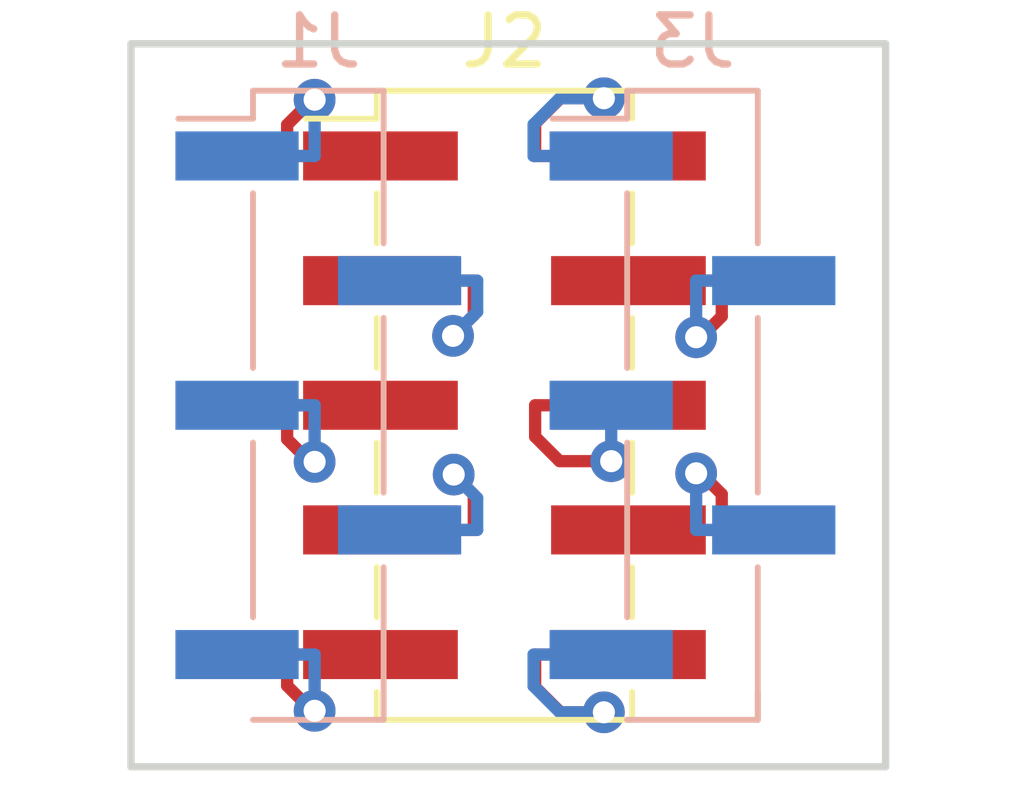
<source format=kicad_pcb>
(kicad_pcb (version 4) (host pcbnew 4.0.7-e2-6376~58~ubuntu16.04.1)

  (general
    (links 10)
    (no_connects 0)
    (area 105.714857 94.231 126.734858 111.101)
    (thickness 1.6)
    (drawings 4)
    (tracks 75)
    (zones 0)
    (modules 3)
    (nets 11)
  )

  (page A4)
  (layers
    (0 F.Cu signal)
    (31 B.Cu signal)
    (32 B.Adhes user)
    (33 F.Adhes user)
    (34 B.Paste user)
    (35 F.Paste user)
    (36 B.SilkS user)
    (37 F.SilkS user)
    (38 B.Mask user)
    (39 F.Mask user)
    (40 Dwgs.User user)
    (41 Cmts.User user)
    (42 Eco1.User user)
    (43 Eco2.User user)
    (44 Edge.Cuts user)
    (45 Margin user)
    (46 B.CrtYd user)
    (47 F.CrtYd user)
    (48 B.Fab user)
    (49 F.Fab user)
  )

  (setup
    (last_trace_width 0.25)
    (trace_clearance 0.2)
    (zone_clearance 0.508)
    (zone_45_only no)
    (trace_min 0.2)
    (segment_width 0.2)
    (edge_width 0.15)
    (via_size 0.85)
    (via_drill 0.45)
    (via_min_size 0.4)
    (via_min_drill 0.3)
    (uvia_size 0.3)
    (uvia_drill 0.1)
    (uvias_allowed no)
    (uvia_min_size 0.2)
    (uvia_min_drill 0.1)
    (pcb_text_width 0.3)
    (pcb_text_size 1.5 1.5)
    (mod_edge_width 0.15)
    (mod_text_size 1 1)
    (mod_text_width 0.15)
    (pad_size 1.524 1.524)
    (pad_drill 0.762)
    (pad_to_mask_clearance 0.2)
    (aux_axis_origin 0 0)
    (visible_elements FFFFFF7F)
    (pcbplotparams
      (layerselection 0x010f0_80000001)
      (usegerberextensions true)
      (excludeedgelayer true)
      (linewidth 0.100000)
      (plotframeref false)
      (viasonmask false)
      (mode 1)
      (useauxorigin false)
      (hpglpennumber 1)
      (hpglpenspeed 20)
      (hpglpendiameter 15)
      (hpglpenoverlay 2)
      (psnegative false)
      (psa4output false)
      (plotreference true)
      (plotvalue true)
      (plotinvisibletext false)
      (padsonsilk false)
      (subtractmaskfromsilk false)
      (outputformat 1)
      (mirror false)
      (drillshape 0)
      (scaleselection 1)
      (outputdirectory r_02x05_2.54_gerber/))
  )

  (net 0 "")
  (net 1 "Net-(J1-Pad2)")
  (net 2 "Net-(J1-Pad4)")
  (net 3 "Net-(J1-Pad1)")
  (net 4 "Net-(J1-Pad3)")
  (net 5 "Net-(J1-Pad5)")
  (net 6 "Net-(J2-Pad2)")
  (net 7 "Net-(J2-Pad4)")
  (net 8 "Net-(J2-Pad6)")
  (net 9 "Net-(J2-Pad8)")
  (net 10 "Net-(J2-Pad10)")

  (net_class Default "This is the default net class."
    (clearance 0.2)
    (trace_width 0.25)
    (via_dia 0.85)
    (via_drill 0.45)
    (uvia_dia 0.3)
    (uvia_drill 0.1)
    (add_net "Net-(J1-Pad1)")
    (add_net "Net-(J1-Pad2)")
    (add_net "Net-(J1-Pad3)")
    (add_net "Net-(J1-Pad4)")
    (add_net "Net-(J1-Pad5)")
    (add_net "Net-(J2-Pad10)")
    (add_net "Net-(J2-Pad2)")
    (add_net "Net-(J2-Pad4)")
    (add_net "Net-(J2-Pad6)")
    (add_net "Net-(J2-Pad8)")
  )

  (module Pin_Headers:Pin_Header_Straight_1x05_Pitch2.54mm_SMD_Pin1Right (layer B.Cu) (tedit 59650532) (tstamp 5A51055B)
    (at 112.272 102.616 180)
    (descr "surface-mounted straight pin header, 1x05, 2.54mm pitch, single row, style 2 (pin 1 right)")
    (tags "Surface mounted pin header SMD 1x05 2.54mm single row style2 pin1 right")
    (path /5A4D0163)
    (attr smd)
    (fp_text reference J1 (at 0 7.41 180) (layer B.SilkS)
      (effects (font (size 1 1) (thickness 0.15)) (justify mirror))
    )
    (fp_text value Conn_01x05_Odd (at 0 -7.41 180) (layer B.Fab)
      (effects (font (size 1 1) (thickness 0.15)) (justify mirror))
    )
    (fp_line (start 1.27 -6.35) (end -1.27 -6.35) (layer B.Fab) (width 0.1))
    (fp_line (start -1.27 6.35) (end 0.32 6.35) (layer B.Fab) (width 0.1))
    (fp_line (start 1.27 -6.35) (end 1.27 5.4) (layer B.Fab) (width 0.1))
    (fp_line (start 1.27 5.4) (end 0.32 6.35) (layer B.Fab) (width 0.1))
    (fp_line (start -1.27 6.35) (end -1.27 -6.35) (layer B.Fab) (width 0.1))
    (fp_line (start -1.27 2.86) (end -2.54 2.86) (layer B.Fab) (width 0.1))
    (fp_line (start -2.54 2.86) (end -2.54 2.22) (layer B.Fab) (width 0.1))
    (fp_line (start -2.54 2.22) (end -1.27 2.22) (layer B.Fab) (width 0.1))
    (fp_line (start -1.27 -2.22) (end -2.54 -2.22) (layer B.Fab) (width 0.1))
    (fp_line (start -2.54 -2.22) (end -2.54 -2.86) (layer B.Fab) (width 0.1))
    (fp_line (start -2.54 -2.86) (end -1.27 -2.86) (layer B.Fab) (width 0.1))
    (fp_line (start 1.27 5.4) (end 2.54 5.4) (layer B.Fab) (width 0.1))
    (fp_line (start 2.54 5.4) (end 2.54 4.76) (layer B.Fab) (width 0.1))
    (fp_line (start 2.54 4.76) (end 1.27 4.76) (layer B.Fab) (width 0.1))
    (fp_line (start 1.27 0.32) (end 2.54 0.32) (layer B.Fab) (width 0.1))
    (fp_line (start 2.54 0.32) (end 2.54 -0.32) (layer B.Fab) (width 0.1))
    (fp_line (start 2.54 -0.32) (end 1.27 -0.32) (layer B.Fab) (width 0.1))
    (fp_line (start 1.27 -4.76) (end 2.54 -4.76) (layer B.Fab) (width 0.1))
    (fp_line (start 2.54 -4.76) (end 2.54 -5.4) (layer B.Fab) (width 0.1))
    (fp_line (start 2.54 -5.4) (end 1.27 -5.4) (layer B.Fab) (width 0.1))
    (fp_line (start -1.33 6.41) (end 1.33 6.41) (layer B.SilkS) (width 0.12))
    (fp_line (start -1.33 -6.41) (end 1.33 -6.41) (layer B.SilkS) (width 0.12))
    (fp_line (start 1.33 4.32) (end 1.33 0.76) (layer B.SilkS) (width 0.12))
    (fp_line (start 1.33 -0.76) (end 1.33 -4.32) (layer B.SilkS) (width 0.12))
    (fp_line (start -1.33 6.41) (end -1.33 3.3) (layer B.SilkS) (width 0.12))
    (fp_line (start 1.33 5.84) (end 2.85 5.84) (layer B.SilkS) (width 0.12))
    (fp_line (start 1.33 6.41) (end 1.33 5.84) (layer B.SilkS) (width 0.12))
    (fp_line (start -1.33 -5.84) (end -1.33 -6.41) (layer B.SilkS) (width 0.12))
    (fp_line (start -1.33 1.78) (end -1.33 -1.78) (layer B.SilkS) (width 0.12))
    (fp_line (start -1.33 -3.3) (end -1.33 -6.41) (layer B.SilkS) (width 0.12))
    (fp_line (start -3.45 6.85) (end -3.45 -6.85) (layer B.CrtYd) (width 0.05))
    (fp_line (start -3.45 -6.85) (end 3.45 -6.85) (layer B.CrtYd) (width 0.05))
    (fp_line (start 3.45 -6.85) (end 3.45 6.85) (layer B.CrtYd) (width 0.05))
    (fp_line (start 3.45 6.85) (end -3.45 6.85) (layer B.CrtYd) (width 0.05))
    (fp_text user %R (at 0 0 450) (layer B.Fab)
      (effects (font (size 1 1) (thickness 0.15)) (justify mirror))
    )
    (pad 2 smd rect (at -1.655 2.54 180) (size 2.51 1) (layers B.Cu B.Paste B.Mask)
      (net 1 "Net-(J1-Pad2)"))
    (pad 4 smd rect (at -1.655 -2.54 180) (size 2.51 1) (layers B.Cu B.Paste B.Mask)
      (net 2 "Net-(J1-Pad4)"))
    (pad 1 smd rect (at 1.655 5.08 180) (size 2.51 1) (layers B.Cu B.Paste B.Mask)
      (net 3 "Net-(J1-Pad1)"))
    (pad 3 smd rect (at 1.655 0 180) (size 2.51 1) (layers B.Cu B.Paste B.Mask)
      (net 4 "Net-(J1-Pad3)"))
    (pad 5 smd rect (at 1.655 -5.08 180) (size 2.51 1) (layers B.Cu B.Paste B.Mask)
      (net 5 "Net-(J1-Pad5)"))
    (model ${KISYS3DMOD}/Pin_Headers.3dshapes/Pin_Header_Straight_1x05_Pitch2.54mm_SMD_Pin1Right.wrl
      (at (xyz 0 0 0))
      (scale (xyz 1 1 1))
      (rotate (xyz 0 0 0))
    )
  )

  (module Pin_Headers:Pin_Header_Straight_2x05_Pitch2.54mm_SMD (layer F.Cu) (tedit 59650532) (tstamp 5A510569)
    (at 116.063 102.616)
    (descr "surface-mounted straight pin header, 2x05, 2.54mm pitch, double rows")
    (tags "Surface mounted pin header SMD 2x05 2.54mm double row")
    (path /5A4D0099)
    (attr smd)
    (fp_text reference J2 (at 0 -7.41) (layer F.SilkS)
      (effects (font (size 1 1) (thickness 0.15)))
    )
    (fp_text value Conn_02x05_Odd_Even (at 0 7.41) (layer F.Fab)
      (effects (font (size 1 1) (thickness 0.15)))
    )
    (fp_line (start 2.54 6.35) (end -2.54 6.35) (layer F.Fab) (width 0.1))
    (fp_line (start -1.59 -6.35) (end 2.54 -6.35) (layer F.Fab) (width 0.1))
    (fp_line (start -2.54 6.35) (end -2.54 -5.4) (layer F.Fab) (width 0.1))
    (fp_line (start -2.54 -5.4) (end -1.59 -6.35) (layer F.Fab) (width 0.1))
    (fp_line (start 2.54 -6.35) (end 2.54 6.35) (layer F.Fab) (width 0.1))
    (fp_line (start -2.54 -5.4) (end -3.6 -5.4) (layer F.Fab) (width 0.1))
    (fp_line (start -3.6 -5.4) (end -3.6 -4.76) (layer F.Fab) (width 0.1))
    (fp_line (start -3.6 -4.76) (end -2.54 -4.76) (layer F.Fab) (width 0.1))
    (fp_line (start 2.54 -5.4) (end 3.6 -5.4) (layer F.Fab) (width 0.1))
    (fp_line (start 3.6 -5.4) (end 3.6 -4.76) (layer F.Fab) (width 0.1))
    (fp_line (start 3.6 -4.76) (end 2.54 -4.76) (layer F.Fab) (width 0.1))
    (fp_line (start -2.54 -2.86) (end -3.6 -2.86) (layer F.Fab) (width 0.1))
    (fp_line (start -3.6 -2.86) (end -3.6 -2.22) (layer F.Fab) (width 0.1))
    (fp_line (start -3.6 -2.22) (end -2.54 -2.22) (layer F.Fab) (width 0.1))
    (fp_line (start 2.54 -2.86) (end 3.6 -2.86) (layer F.Fab) (width 0.1))
    (fp_line (start 3.6 -2.86) (end 3.6 -2.22) (layer F.Fab) (width 0.1))
    (fp_line (start 3.6 -2.22) (end 2.54 -2.22) (layer F.Fab) (width 0.1))
    (fp_line (start -2.54 -0.32) (end -3.6 -0.32) (layer F.Fab) (width 0.1))
    (fp_line (start -3.6 -0.32) (end -3.6 0.32) (layer F.Fab) (width 0.1))
    (fp_line (start -3.6 0.32) (end -2.54 0.32) (layer F.Fab) (width 0.1))
    (fp_line (start 2.54 -0.32) (end 3.6 -0.32) (layer F.Fab) (width 0.1))
    (fp_line (start 3.6 -0.32) (end 3.6 0.32) (layer F.Fab) (width 0.1))
    (fp_line (start 3.6 0.32) (end 2.54 0.32) (layer F.Fab) (width 0.1))
    (fp_line (start -2.54 2.22) (end -3.6 2.22) (layer F.Fab) (width 0.1))
    (fp_line (start -3.6 2.22) (end -3.6 2.86) (layer F.Fab) (width 0.1))
    (fp_line (start -3.6 2.86) (end -2.54 2.86) (layer F.Fab) (width 0.1))
    (fp_line (start 2.54 2.22) (end 3.6 2.22) (layer F.Fab) (width 0.1))
    (fp_line (start 3.6 2.22) (end 3.6 2.86) (layer F.Fab) (width 0.1))
    (fp_line (start 3.6 2.86) (end 2.54 2.86) (layer F.Fab) (width 0.1))
    (fp_line (start -2.54 4.76) (end -3.6 4.76) (layer F.Fab) (width 0.1))
    (fp_line (start -3.6 4.76) (end -3.6 5.4) (layer F.Fab) (width 0.1))
    (fp_line (start -3.6 5.4) (end -2.54 5.4) (layer F.Fab) (width 0.1))
    (fp_line (start 2.54 4.76) (end 3.6 4.76) (layer F.Fab) (width 0.1))
    (fp_line (start 3.6 4.76) (end 3.6 5.4) (layer F.Fab) (width 0.1))
    (fp_line (start 3.6 5.4) (end 2.54 5.4) (layer F.Fab) (width 0.1))
    (fp_line (start -2.6 -6.41) (end 2.6 -6.41) (layer F.SilkS) (width 0.12))
    (fp_line (start -2.6 6.41) (end 2.6 6.41) (layer F.SilkS) (width 0.12))
    (fp_line (start -4.04 -5.84) (end -2.6 -5.84) (layer F.SilkS) (width 0.12))
    (fp_line (start -2.6 -6.41) (end -2.6 -5.84) (layer F.SilkS) (width 0.12))
    (fp_line (start 2.6 -6.41) (end 2.6 -5.84) (layer F.SilkS) (width 0.12))
    (fp_line (start -2.6 5.84) (end -2.6 6.41) (layer F.SilkS) (width 0.12))
    (fp_line (start 2.6 5.84) (end 2.6 6.41) (layer F.SilkS) (width 0.12))
    (fp_line (start -2.6 -4.32) (end -2.6 -3.3) (layer F.SilkS) (width 0.12))
    (fp_line (start 2.6 -4.32) (end 2.6 -3.3) (layer F.SilkS) (width 0.12))
    (fp_line (start -2.6 -1.78) (end -2.6 -0.76) (layer F.SilkS) (width 0.12))
    (fp_line (start 2.6 -1.78) (end 2.6 -0.76) (layer F.SilkS) (width 0.12))
    (fp_line (start -2.6 0.76) (end -2.6 1.78) (layer F.SilkS) (width 0.12))
    (fp_line (start 2.6 0.76) (end 2.6 1.78) (layer F.SilkS) (width 0.12))
    (fp_line (start -2.6 3.3) (end -2.6 4.32) (layer F.SilkS) (width 0.12))
    (fp_line (start 2.6 3.3) (end 2.6 4.32) (layer F.SilkS) (width 0.12))
    (fp_line (start -5.9 -6.85) (end -5.9 6.85) (layer F.CrtYd) (width 0.05))
    (fp_line (start -5.9 6.85) (end 5.9 6.85) (layer F.CrtYd) (width 0.05))
    (fp_line (start 5.9 6.85) (end 5.9 -6.85) (layer F.CrtYd) (width 0.05))
    (fp_line (start 5.9 -6.85) (end -5.9 -6.85) (layer F.CrtYd) (width 0.05))
    (fp_text user %R (at 0 0 90) (layer F.Fab)
      (effects (font (size 1 1) (thickness 0.15)))
    )
    (pad 1 smd rect (at -2.525 -5.08) (size 3.15 1) (layers F.Cu F.Paste F.Mask)
      (net 3 "Net-(J1-Pad1)"))
    (pad 2 smd rect (at 2.525 -5.08) (size 3.15 1) (layers F.Cu F.Paste F.Mask)
      (net 6 "Net-(J2-Pad2)"))
    (pad 3 smd rect (at -2.525 -2.54) (size 3.15 1) (layers F.Cu F.Paste F.Mask)
      (net 1 "Net-(J1-Pad2)"))
    (pad 4 smd rect (at 2.525 -2.54) (size 3.15 1) (layers F.Cu F.Paste F.Mask)
      (net 7 "Net-(J2-Pad4)"))
    (pad 5 smd rect (at -2.525 0) (size 3.15 1) (layers F.Cu F.Paste F.Mask)
      (net 4 "Net-(J1-Pad3)"))
    (pad 6 smd rect (at 2.525 0) (size 3.15 1) (layers F.Cu F.Paste F.Mask)
      (net 8 "Net-(J2-Pad6)"))
    (pad 7 smd rect (at -2.525 2.54) (size 3.15 1) (layers F.Cu F.Paste F.Mask)
      (net 2 "Net-(J1-Pad4)"))
    (pad 8 smd rect (at 2.525 2.54) (size 3.15 1) (layers F.Cu F.Paste F.Mask)
      (net 9 "Net-(J2-Pad8)"))
    (pad 9 smd rect (at -2.525 5.08) (size 3.15 1) (layers F.Cu F.Paste F.Mask)
      (net 5 "Net-(J1-Pad5)"))
    (pad 10 smd rect (at 2.525 5.08) (size 3.15 1) (layers F.Cu F.Paste F.Mask)
      (net 10 "Net-(J2-Pad10)"))
    (model ${KISYS3DMOD}/Pin_Headers.3dshapes/Pin_Header_Straight_2x05_Pitch2.54mm_SMD.wrl
      (at (xyz 0 0 0))
      (scale (xyz 1 1 1))
      (rotate (xyz 0 0 0))
    )
  )

  (module Pin_Headers:Pin_Header_Straight_1x05_Pitch2.54mm_SMD_Pin1Right (layer B.Cu) (tedit 59650532) (tstamp 5A510572)
    (at 119.892 102.616 180)
    (descr "surface-mounted straight pin header, 1x05, 2.54mm pitch, single row, style 2 (pin 1 right)")
    (tags "Surface mounted pin header SMD 1x05 2.54mm single row style2 pin1 right")
    (path /5A4D0116)
    (attr smd)
    (fp_text reference J3 (at 0 7.41 180) (layer B.SilkS)
      (effects (font (size 1 1) (thickness 0.15)) (justify mirror))
    )
    (fp_text value Conn_01x05_Even (at 0 -7.41 180) (layer B.Fab)
      (effects (font (size 1 1) (thickness 0.15)) (justify mirror))
    )
    (fp_line (start 1.27 -6.35) (end -1.27 -6.35) (layer B.Fab) (width 0.1))
    (fp_line (start -1.27 6.35) (end 0.32 6.35) (layer B.Fab) (width 0.1))
    (fp_line (start 1.27 -6.35) (end 1.27 5.4) (layer B.Fab) (width 0.1))
    (fp_line (start 1.27 5.4) (end 0.32 6.35) (layer B.Fab) (width 0.1))
    (fp_line (start -1.27 6.35) (end -1.27 -6.35) (layer B.Fab) (width 0.1))
    (fp_line (start -1.27 2.86) (end -2.54 2.86) (layer B.Fab) (width 0.1))
    (fp_line (start -2.54 2.86) (end -2.54 2.22) (layer B.Fab) (width 0.1))
    (fp_line (start -2.54 2.22) (end -1.27 2.22) (layer B.Fab) (width 0.1))
    (fp_line (start -1.27 -2.22) (end -2.54 -2.22) (layer B.Fab) (width 0.1))
    (fp_line (start -2.54 -2.22) (end -2.54 -2.86) (layer B.Fab) (width 0.1))
    (fp_line (start -2.54 -2.86) (end -1.27 -2.86) (layer B.Fab) (width 0.1))
    (fp_line (start 1.27 5.4) (end 2.54 5.4) (layer B.Fab) (width 0.1))
    (fp_line (start 2.54 5.4) (end 2.54 4.76) (layer B.Fab) (width 0.1))
    (fp_line (start 2.54 4.76) (end 1.27 4.76) (layer B.Fab) (width 0.1))
    (fp_line (start 1.27 0.32) (end 2.54 0.32) (layer B.Fab) (width 0.1))
    (fp_line (start 2.54 0.32) (end 2.54 -0.32) (layer B.Fab) (width 0.1))
    (fp_line (start 2.54 -0.32) (end 1.27 -0.32) (layer B.Fab) (width 0.1))
    (fp_line (start 1.27 -4.76) (end 2.54 -4.76) (layer B.Fab) (width 0.1))
    (fp_line (start 2.54 -4.76) (end 2.54 -5.4) (layer B.Fab) (width 0.1))
    (fp_line (start 2.54 -5.4) (end 1.27 -5.4) (layer B.Fab) (width 0.1))
    (fp_line (start -1.33 6.41) (end 1.33 6.41) (layer B.SilkS) (width 0.12))
    (fp_line (start -1.33 -6.41) (end 1.33 -6.41) (layer B.SilkS) (width 0.12))
    (fp_line (start 1.33 4.32) (end 1.33 0.76) (layer B.SilkS) (width 0.12))
    (fp_line (start 1.33 -0.76) (end 1.33 -4.32) (layer B.SilkS) (width 0.12))
    (fp_line (start -1.33 6.41) (end -1.33 3.3) (layer B.SilkS) (width 0.12))
    (fp_line (start 1.33 5.84) (end 2.85 5.84) (layer B.SilkS) (width 0.12))
    (fp_line (start 1.33 6.41) (end 1.33 5.84) (layer B.SilkS) (width 0.12))
    (fp_line (start -1.33 -5.84) (end -1.33 -6.41) (layer B.SilkS) (width 0.12))
    (fp_line (start -1.33 1.78) (end -1.33 -1.78) (layer B.SilkS) (width 0.12))
    (fp_line (start -1.33 -3.3) (end -1.33 -6.41) (layer B.SilkS) (width 0.12))
    (fp_line (start -3.45 6.85) (end -3.45 -6.85) (layer B.CrtYd) (width 0.05))
    (fp_line (start -3.45 -6.85) (end 3.45 -6.85) (layer B.CrtYd) (width 0.05))
    (fp_line (start 3.45 -6.85) (end 3.45 6.85) (layer B.CrtYd) (width 0.05))
    (fp_line (start 3.45 6.85) (end -3.45 6.85) (layer B.CrtYd) (width 0.05))
    (fp_text user %R (at 0 0 450) (layer B.Fab)
      (effects (font (size 1 1) (thickness 0.15)) (justify mirror))
    )
    (pad 2 smd rect (at -1.655 2.54 180) (size 2.51 1) (layers B.Cu B.Paste B.Mask)
      (net 7 "Net-(J2-Pad4)"))
    (pad 4 smd rect (at -1.655 -2.54 180) (size 2.51 1) (layers B.Cu B.Paste B.Mask)
      (net 9 "Net-(J2-Pad8)"))
    (pad 1 smd rect (at 1.655 5.08 180) (size 2.51 1) (layers B.Cu B.Paste B.Mask)
      (net 6 "Net-(J2-Pad2)"))
    (pad 3 smd rect (at 1.655 0 180) (size 2.51 1) (layers B.Cu B.Paste B.Mask)
      (net 8 "Net-(J2-Pad6)"))
    (pad 5 smd rect (at 1.655 -5.08 180) (size 2.51 1) (layers B.Cu B.Paste B.Mask)
      (net 10 "Net-(J2-Pad10)"))
    (model ${KISYS3DMOD}/Pin_Headers.3dshapes/Pin_Header_Straight_1x05_Pitch2.54mm_SMD_Pin1Right.wrl
      (at (xyz 0 0 0))
      (scale (xyz 1 1 1))
      (rotate (xyz 0 0 0))
    )
  )

  (gr_line (start 108.458 95.25) (end 123.825 95.25) (layer Edge.Cuts) (width 0.15))
  (gr_line (start 108.458 109.982) (end 108.458 95.25) (layer Edge.Cuts) (width 0.15))
  (gr_line (start 123.825 109.982) (end 108.458 109.982) (layer Edge.Cuts) (width 0.15))
  (gr_line (start 123.825 95.25) (end 123.825 109.982) (layer Edge.Cuts) (width 0.15))

  (via (at 115.0161 101.202) (size 0.85) (layers F.Cu B.Cu) (net 1))
  (segment (start 113.538 100.076) (end 115.4383 100.076) (width 0.25) (layer F.Cu) (net 1))
  (segment (start 113.927 100.076) (end 115.5073 100.076) (width 0.25) (layer B.Cu) (net 1))
  (segment (start 115.5073 100.7108) (end 115.0161 101.202) (width 0.25) (layer B.Cu) (net 1))
  (segment (start 115.5073 100.076) (end 115.5073 100.7108) (width 0.25) (layer B.Cu) (net 1))
  (segment (start 115.4383 100.7798) (end 115.0161 101.202) (width 0.25) (layer F.Cu) (net 1))
  (segment (start 115.4383 100.076) (end 115.4383 100.7798) (width 0.25) (layer F.Cu) (net 1))
  (via (at 115.0293 104.0281) (size 0.85) (layers F.Cu B.Cu) (net 2))
  (segment (start 113.538 105.156) (end 115.4383 105.156) (width 0.25) (layer F.Cu) (net 2))
  (segment (start 113.927 105.156) (end 115.5073 105.156) (width 0.25) (layer B.Cu) (net 2))
  (segment (start 115.5073 104.5061) (end 115.0293 104.0281) (width 0.25) (layer B.Cu) (net 2))
  (segment (start 115.5073 105.156) (end 115.5073 104.5061) (width 0.25) (layer B.Cu) (net 2))
  (segment (start 115.4383 104.4371) (end 115.0293 104.0281) (width 0.25) (layer F.Cu) (net 2))
  (segment (start 115.4383 105.156) (end 115.4383 104.4371) (width 0.25) (layer F.Cu) (net 2))
  (via (at 112.1973 96.3898) (size 0.85) (layers F.Cu B.Cu) (net 3))
  (segment (start 110.617 97.536) (end 112.1973 97.536) (width 0.25) (layer B.Cu) (net 3))
  (segment (start 113.538 97.536) (end 111.6377 97.536) (width 0.25) (layer F.Cu) (net 3))
  (segment (start 112.1973 96.3898) (end 112.1973 97.536) (width 0.25) (layer B.Cu) (net 3))
  (segment (start 112.1478 96.3898) (end 112.1973 96.3898) (width 0.25) (layer F.Cu) (net 3))
  (segment (start 111.6377 96.8999) (end 112.1478 96.3898) (width 0.25) (layer F.Cu) (net 3))
  (segment (start 111.6377 97.536) (end 111.6377 96.8999) (width 0.25) (layer F.Cu) (net 3))
  (via (at 112.1973 103.7696) (size 0.85) (layers F.Cu B.Cu) (net 4))
  (segment (start 110.617 102.616) (end 112.1973 102.616) (width 0.25) (layer B.Cu) (net 4))
  (segment (start 113.538 102.616) (end 111.6377 102.616) (width 0.25) (layer F.Cu) (net 4))
  (segment (start 112.1973 102.616) (end 112.1973 103.7696) (width 0.25) (layer B.Cu) (net 4))
  (segment (start 112.1004 103.7696) (end 112.1973 103.7696) (width 0.25) (layer F.Cu) (net 4))
  (segment (start 111.6377 103.3069) (end 112.1004 103.7696) (width 0.25) (layer F.Cu) (net 4))
  (segment (start 111.6377 102.616) (end 111.6377 103.3069) (width 0.25) (layer F.Cu) (net 4))
  (via (at 112.1973 108.8422) (size 0.85) (layers F.Cu B.Cu) (net 5))
  (segment (start 110.617 107.696) (end 112.1973 107.696) (width 0.25) (layer B.Cu) (net 5))
  (segment (start 113.538 107.696) (end 111.6377 107.696) (width 0.25) (layer F.Cu) (net 5))
  (segment (start 112.1973 108.8422) (end 112.1973 107.696) (width 0.25) (layer B.Cu) (net 5))
  (segment (start 112.1478 108.8422) (end 112.1973 108.8422) (width 0.25) (layer F.Cu) (net 5))
  (segment (start 111.6377 108.3321) (end 112.1478 108.8422) (width 0.25) (layer F.Cu) (net 5))
  (segment (start 111.6377 107.696) (end 111.6377 108.3321) (width 0.25) (layer F.Cu) (net 5))
  (via (at 118.0875 96.3594) (size 0.85) (layers F.Cu B.Cu) (net 6))
  (segment (start 118.0875 96.3595) (end 118.0875 96.3594) (width 0.25) (layer B.Cu) (net 6))
  (segment (start 117.1912 96.3595) (end 118.0875 96.3595) (width 0.25) (layer B.Cu) (net 6))
  (segment (start 116.6567 96.894) (end 117.1912 96.3595) (width 0.25) (layer B.Cu) (net 6))
  (segment (start 116.6567 97.536) (end 116.6567 96.894) (width 0.25) (layer B.Cu) (net 6))
  (segment (start 117.2024 96.3594) (end 118.0875 96.3594) (width 0.25) (layer F.Cu) (net 6))
  (segment (start 116.6877 96.8741) (end 117.2024 96.3594) (width 0.25) (layer F.Cu) (net 6))
  (segment (start 116.6877 97.536) (end 116.6877 96.8741) (width 0.25) (layer F.Cu) (net 6))
  (segment (start 118.588 97.536) (end 116.6877 97.536) (width 0.25) (layer F.Cu) (net 6))
  (segment (start 118.237 97.536) (end 116.6567 97.536) (width 0.25) (layer B.Cu) (net 6))
  (via (at 119.9667 101.2296) (size 0.85) (layers F.Cu B.Cu) (net 7))
  (segment (start 121.547 100.076) (end 119.9667 100.076) (width 0.25) (layer B.Cu) (net 7))
  (segment (start 118.588 100.076) (end 120.4883 100.076) (width 0.25) (layer F.Cu) (net 7))
  (segment (start 119.9667 100.076) (end 119.9667 101.2296) (width 0.25) (layer B.Cu) (net 7))
  (segment (start 120.0637 101.2296) (end 119.9667 101.2296) (width 0.25) (layer F.Cu) (net 7))
  (segment (start 120.4883 100.805) (end 120.0637 101.2296) (width 0.25) (layer F.Cu) (net 7))
  (segment (start 120.4883 100.076) (end 120.4883 100.805) (width 0.25) (layer F.Cu) (net 7))
  (via (at 118.237 103.7551) (size 0.85) (layers F.Cu B.Cu) (net 8))
  (segment (start 118.588 102.616) (end 116.6877 102.616) (width 0.25) (layer F.Cu) (net 8))
  (segment (start 118.237 102.616) (end 118.237 103.7551) (width 0.25) (layer B.Cu) (net 8))
  (segment (start 117.186 103.7551) (end 118.237 103.7551) (width 0.25) (layer F.Cu) (net 8))
  (segment (start 116.6877 103.2568) (end 117.186 103.7551) (width 0.25) (layer F.Cu) (net 8))
  (segment (start 116.6877 102.616) (end 116.6877 103.2568) (width 0.25) (layer F.Cu) (net 8))
  (via (at 119.9667 104.0024) (size 0.85) (layers F.Cu B.Cu) (net 9))
  (segment (start 121.547 105.156) (end 119.9667 105.156) (width 0.25) (layer B.Cu) (net 9))
  (segment (start 118.588 105.156) (end 120.4883 105.156) (width 0.25) (layer F.Cu) (net 9))
  (segment (start 119.9667 105.156) (end 119.9667 104.0024) (width 0.25) (layer B.Cu) (net 9))
  (segment (start 120.0637 104.0024) (end 119.9667 104.0024) (width 0.25) (layer F.Cu) (net 9))
  (segment (start 120.4883 104.427) (end 120.0637 104.0024) (width 0.25) (layer F.Cu) (net 9))
  (segment (start 120.4883 105.156) (end 120.4883 104.427) (width 0.25) (layer F.Cu) (net 9))
  (via (at 118.0875 108.8726) (size 0.85) (layers F.Cu B.Cu) (net 10))
  (segment (start 118.0875 108.8725) (end 118.0875 108.8726) (width 0.25) (layer B.Cu) (net 10))
  (segment (start 117.1912 108.8725) (end 118.0875 108.8725) (width 0.25) (layer B.Cu) (net 10))
  (segment (start 116.6567 108.338) (end 117.1912 108.8725) (width 0.25) (layer B.Cu) (net 10))
  (segment (start 116.6567 107.696) (end 116.6567 108.338) (width 0.25) (layer B.Cu) (net 10))
  (segment (start 117.2024 108.8726) (end 118.0875 108.8726) (width 0.25) (layer F.Cu) (net 10))
  (segment (start 116.6877 108.3579) (end 117.2024 108.8726) (width 0.25) (layer F.Cu) (net 10))
  (segment (start 116.6877 107.696) (end 116.6877 108.3579) (width 0.25) (layer F.Cu) (net 10))
  (segment (start 118.588 107.696) (end 116.6877 107.696) (width 0.25) (layer F.Cu) (net 10))
  (segment (start 118.237 107.696) (end 116.6567 107.696) (width 0.25) (layer B.Cu) (net 10))

)

</source>
